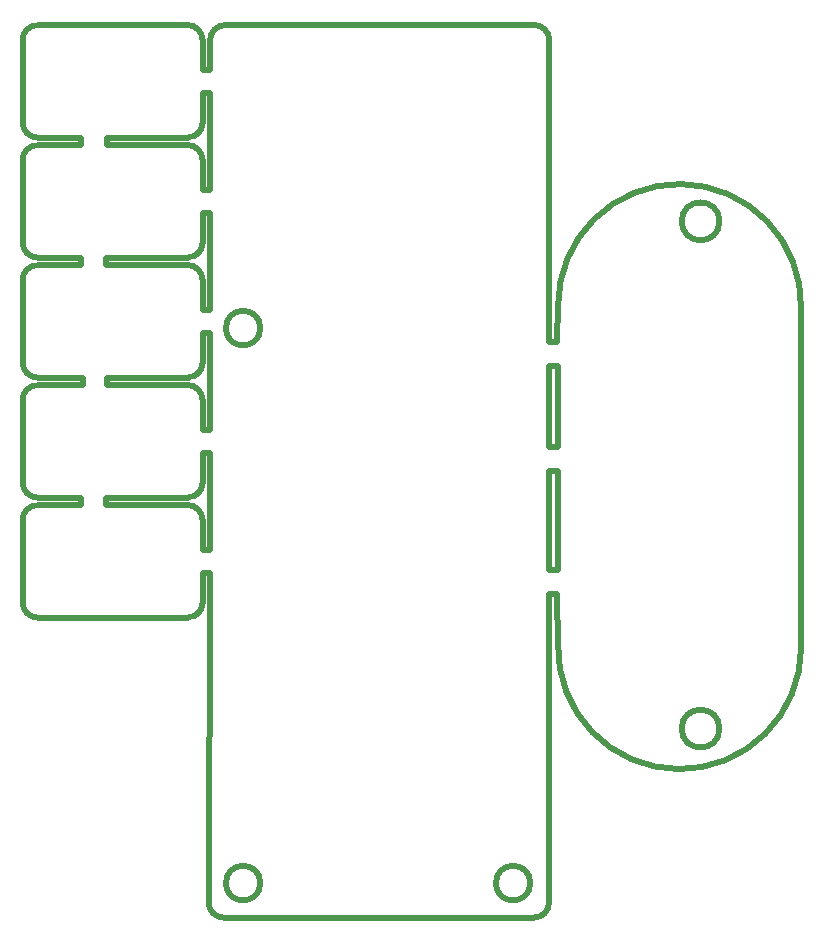
<source format=gbr>
%TF.GenerationSoftware,KiCad,Pcbnew,6.0.2+dfsg-1*%
%TF.CreationDate,2022-04-07T05:00:03+00:00*%
%TF.ProjectId,guante metaversal,6775616e-7465-4206-9d65-746176657273,rev?*%
%TF.SameCoordinates,Original*%
%TF.FileFunction,Profile,NP*%
%FSLAX46Y46*%
G04 Gerber Fmt 4.6, Leading zero omitted, Abs format (unit mm)*
G04 Created by KiCad (PCBNEW 6.0.2+dfsg-1) date 2022-04-07 05:00:03*
%MOMM*%
%LPD*%
G01*
G04 APERTURE LIST*
%TA.AperFunction,Profile*%
%ADD10C,0.500000*%
%TD*%
G04 APERTURE END LIST*
D10*
X140462000Y-76835000D02*
G75*
G03*
X139192000Y-78105000I-1J-1269999D01*
G01*
X139192000Y-113030000D02*
X139192000Y-121285000D01*
X138557000Y-102870000D02*
X138557000Y-105410000D01*
X138557000Y-98425000D02*
G75*
G03*
X137287000Y-97155000I-1269999J1D01*
G01*
X139192000Y-102870000D02*
X138557000Y-102870000D01*
X138557000Y-100965000D02*
X138557000Y-98425000D01*
X124587000Y-97155000D02*
G75*
G03*
X123317000Y-98425000I-1J-1269999D01*
G01*
X137287000Y-106680000D02*
G75*
G03*
X138557000Y-105410000I1J1269999D01*
G01*
X123317000Y-105410000D02*
G75*
G03*
X124587000Y-106680000I1269999J-1D01*
G01*
X123317000Y-98425000D02*
X123317000Y-105410000D01*
X139192000Y-100965000D02*
X138557000Y-100965000D01*
X123317000Y-95250000D02*
G75*
G03*
X124587000Y-96520000I1269999J-1D01*
G01*
X123317000Y-88265000D02*
X123317000Y-95250000D01*
X124587000Y-86995000D02*
G75*
G03*
X123317000Y-88265000I-1J-1269999D01*
G01*
X139192000Y-90805000D02*
X138557000Y-90805000D01*
X137287000Y-96520000D02*
G75*
G03*
X138557000Y-95250000I1J1269999D01*
G01*
X138557000Y-90805000D02*
X138557000Y-88265000D01*
X138557000Y-92710000D02*
X138557000Y-95250000D01*
X139192000Y-92710000D02*
X138557000Y-92710000D01*
X138557000Y-88265000D02*
G75*
G03*
X137287000Y-86995000I-1269999J1D01*
G01*
X139065000Y-151130000D02*
G75*
G03*
X140335000Y-152400000I1269999J-1D01*
G01*
X124587000Y-76835000D02*
G75*
G03*
X123317000Y-78105000I-1J-1269999D01*
G01*
X123317000Y-78105000D02*
X123317000Y-85090000D01*
X123317000Y-85090000D02*
G75*
G03*
X124587000Y-86360000I1269999J-1D01*
G01*
X137287000Y-86360000D02*
G75*
G03*
X138557000Y-85090000I1J1269999D01*
G01*
X138557000Y-78105000D02*
G75*
G03*
X137287000Y-76835000I-1269999J1D01*
G01*
X139192000Y-80645000D02*
X138557000Y-80645000D01*
X138557000Y-80645000D02*
X138557000Y-78105000D01*
X137287000Y-76835000D02*
X124587000Y-76835000D01*
X138557000Y-82550000D02*
X138557000Y-85090000D01*
X139192000Y-82550000D02*
X138557000Y-82550000D01*
X138557000Y-108585000D02*
G75*
G03*
X137287000Y-107315000I-1269999J1D01*
G01*
X139192000Y-113030000D02*
X138557000Y-113030000D01*
X138557000Y-113030000D02*
X138557000Y-115570000D01*
X138557000Y-111125000D02*
X138557000Y-108585000D01*
X137287000Y-116840000D02*
G75*
G03*
X138557000Y-115570000I1J1269999D01*
G01*
X139192000Y-111125000D02*
X138557000Y-111125000D01*
X124587000Y-107315000D02*
G75*
G03*
X123317000Y-108585000I-1J-1269999D01*
G01*
X123317000Y-108585000D02*
X123317000Y-115570000D01*
X123317000Y-115570000D02*
G75*
G03*
X124587000Y-116840000I1269999J-1D01*
G01*
X124587000Y-116840000D02*
X128270000Y-116840000D01*
X139192000Y-121285000D02*
X138557000Y-121285000D01*
X123317000Y-118745000D02*
X123317000Y-125730000D01*
X123317000Y-125730000D02*
G75*
G03*
X124587000Y-127000000I1269999J-1D01*
G01*
X124587000Y-127000000D02*
X137287000Y-127000000D01*
X137287000Y-127000000D02*
G75*
G03*
X138557000Y-125730000I1J1269999D01*
G01*
X124587000Y-117475000D02*
G75*
G03*
X123317000Y-118745000I-1J-1269999D01*
G01*
X138557000Y-121285000D02*
X138557000Y-118745000D01*
X128270000Y-117475000D02*
X124587000Y-117475000D01*
X139192000Y-123190000D02*
X138557000Y-123190000D01*
X138557000Y-118745000D02*
G75*
G03*
X137287000Y-117475000I-1269999J1D01*
G01*
X138557000Y-123190000D02*
X138557000Y-125730000D01*
X128270000Y-117475000D02*
X128270000Y-116840000D01*
X130365500Y-117475000D02*
X130365500Y-116840000D01*
X130429000Y-86995000D02*
X130429000Y-86360000D01*
X137160000Y-86995000D02*
X130429000Y-86995000D01*
X137287000Y-86360000D02*
X130429000Y-86360000D01*
X128270000Y-86995000D02*
X128270000Y-86360000D01*
X128270000Y-86995000D02*
X124587000Y-86995000D01*
X124587000Y-86360000D02*
X128270000Y-86360000D01*
X140335000Y-152400000D02*
X166624000Y-152400000D01*
X139192000Y-123190000D02*
X139065000Y-151130000D01*
X167894000Y-88762840D02*
X167894000Y-103632000D01*
X168605200Y-103632000D02*
X167894000Y-103632000D01*
X167906700Y-125031500D02*
X167906700Y-142697200D01*
X168656000Y-105664000D02*
X167894000Y-105664000D01*
X143446500Y-102489000D02*
G75*
G03*
X143446500Y-102489000I-1460500J0D01*
G01*
X182321000Y-93450000D02*
G75*
G03*
X182321000Y-93450000I-1600000J0D01*
G01*
X168605200Y-103632000D02*
X168656000Y-100457000D01*
X182321000Y-136398000D02*
G75*
G03*
X182321000Y-136398000I-1600000J0D01*
G01*
X167894000Y-88773000D02*
X167906700Y-78092300D01*
X168656000Y-129285999D02*
G75*
G03*
X189233135Y-129540001I10287000J-254001D01*
G01*
X168656000Y-112585500D02*
X167894000Y-112585500D01*
X168656000Y-114617500D02*
X168656000Y-122936000D01*
X167894000Y-122936000D02*
X167894000Y-114617500D01*
X128270000Y-97155000D02*
X124587000Y-97155000D01*
X189230000Y-100838000D02*
X189233135Y-129540001D01*
X139192000Y-82550000D02*
X139192000Y-90805000D01*
X137287000Y-116840000D02*
X130365500Y-116840000D01*
X139192000Y-92710000D02*
X139192000Y-100965000D01*
X137287000Y-107315000D02*
X130429000Y-107315000D01*
X124587000Y-96520000D02*
X128270000Y-96520000D01*
X137160000Y-97155000D02*
X130365500Y-97155000D01*
X130365500Y-97155000D02*
X130365500Y-96520000D01*
X137160000Y-117475000D02*
X130365500Y-117475000D01*
X139192000Y-102870000D02*
X139192000Y-111125000D01*
X167906700Y-151079200D02*
X167906700Y-142697200D01*
X137287000Y-96520000D02*
X130365500Y-96520000D01*
X189230000Y-100838000D02*
G75*
G03*
X168652865Y-100584000I-10287000J254000D01*
G01*
X128397000Y-107315000D02*
X124587000Y-107315000D01*
X166306500Y-149479000D02*
G75*
G03*
X166306500Y-149479000I-1460500J0D01*
G01*
X137414000Y-106680000D02*
X130429000Y-106680000D01*
X168656000Y-105664000D02*
X168656000Y-112585500D01*
X124587000Y-106680000D02*
X128397000Y-106680000D01*
X166649400Y-76822300D02*
X140462000Y-76835000D01*
X139192000Y-78105000D02*
X139192000Y-80645000D01*
X128270000Y-97155000D02*
X128270000Y-96520000D01*
X130429000Y-107315000D02*
X130429000Y-106680000D01*
X166624000Y-152400000D02*
G75*
G03*
X167894000Y-151130000I1J1269999D01*
G01*
X168656000Y-114617500D02*
X167894000Y-114617500D01*
X168529000Y-125031500D02*
X168656000Y-129285999D01*
X168529000Y-125031500D02*
X167894000Y-125031500D01*
X143446500Y-149479000D02*
G75*
G03*
X143446500Y-149479000I-1460500J0D01*
G01*
X168656000Y-122936000D02*
X167894000Y-122936000D01*
X128397000Y-107315000D02*
X128397000Y-106680000D01*
X167906700Y-105664000D02*
X167894000Y-112585500D01*
X167906700Y-78092300D02*
G75*
G03*
X166636700Y-76822300I-1269999J1D01*
G01*
M02*

</source>
